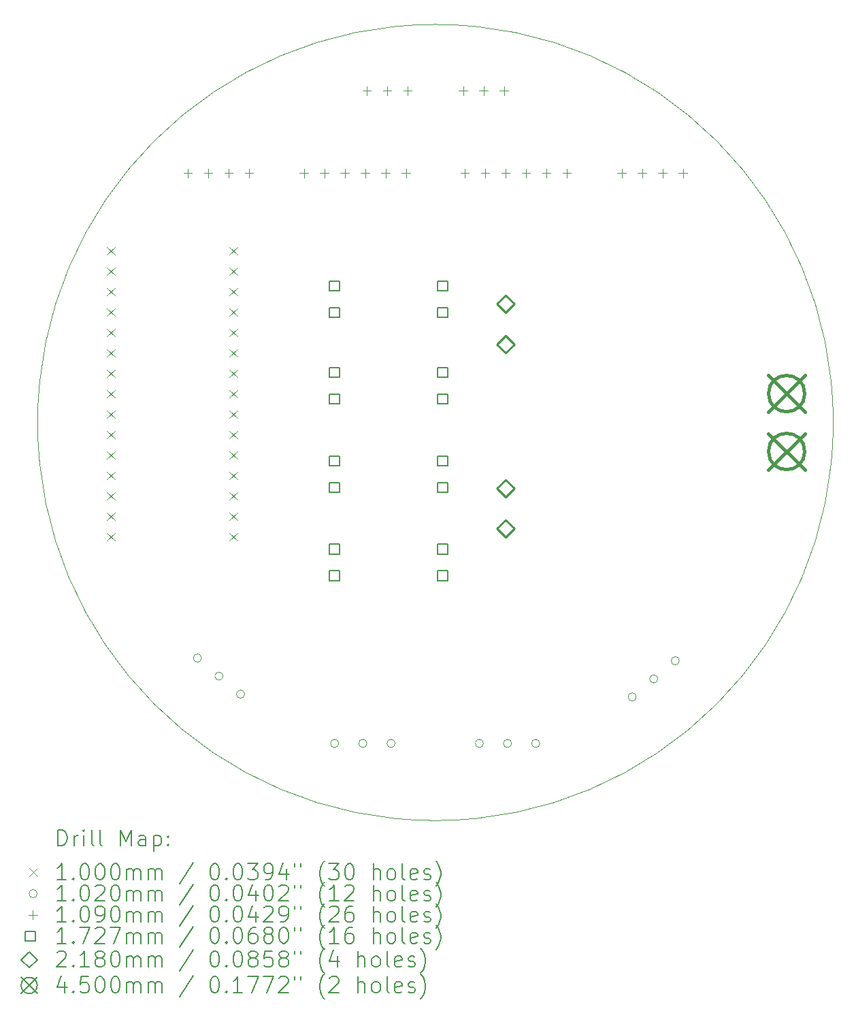
<source format=gbr>
%TF.GenerationSoftware,KiCad,Pcbnew,(6.0.10)*%
%TF.CreationDate,2023-01-21T11:25:22-08:00*%
%TF.ProjectId,unified_elec_steering,756e6966-6965-4645-9f65-6c65635f7374,rev?*%
%TF.SameCoordinates,Original*%
%TF.FileFunction,Drillmap*%
%TF.FilePolarity,Positive*%
%FSLAX45Y45*%
G04 Gerber Fmt 4.5, Leading zero omitted, Abs format (unit mm)*
G04 Created by KiCad (PCBNEW (6.0.10)) date 2023-01-21 11:25:22*
%MOMM*%
%LPD*%
G01*
G04 APERTURE LIST*
%ADD10C,0.100000*%
%ADD11C,0.200000*%
%ADD12C,0.102000*%
%ADD13C,0.109000*%
%ADD14C,0.172720*%
%ADD15C,0.218000*%
%ADD16C,0.450000*%
G04 APERTURE END LIST*
D10*
X4950000Y0D02*
G75*
G03*
X4950000Y0I-4950000J0D01*
G01*
D11*
D10*
X-4087600Y2183600D02*
X-3987600Y2083600D01*
X-3987600Y2183600D02*
X-4087600Y2083600D01*
X-4087600Y1929600D02*
X-3987600Y1829600D01*
X-3987600Y1929600D02*
X-4087600Y1829600D01*
X-4087600Y1675600D02*
X-3987600Y1575600D01*
X-3987600Y1675600D02*
X-4087600Y1575600D01*
X-4087600Y1421600D02*
X-3987600Y1321600D01*
X-3987600Y1421600D02*
X-4087600Y1321600D01*
X-4087600Y1167600D02*
X-3987600Y1067600D01*
X-3987600Y1167600D02*
X-4087600Y1067600D01*
X-4087600Y913600D02*
X-3987600Y813600D01*
X-3987600Y913600D02*
X-4087600Y813600D01*
X-4087600Y659600D02*
X-3987600Y559600D01*
X-3987600Y659600D02*
X-4087600Y559600D01*
X-4087600Y405600D02*
X-3987600Y305600D01*
X-3987600Y405600D02*
X-4087600Y305600D01*
X-4087600Y151600D02*
X-3987600Y51600D01*
X-3987600Y151600D02*
X-4087600Y51600D01*
X-4087600Y-102400D02*
X-3987600Y-202400D01*
X-3987600Y-102400D02*
X-4087600Y-202400D01*
X-4087600Y-356400D02*
X-3987600Y-456400D01*
X-3987600Y-356400D02*
X-4087600Y-456400D01*
X-4087600Y-610400D02*
X-3987600Y-710400D01*
X-3987600Y-610400D02*
X-4087600Y-710400D01*
X-4087600Y-864400D02*
X-3987600Y-964400D01*
X-3987600Y-864400D02*
X-4087600Y-964400D01*
X-4087600Y-1118400D02*
X-3987600Y-1218400D01*
X-3987600Y-1118400D02*
X-4087600Y-1218400D01*
X-4087600Y-1372400D02*
X-3987600Y-1472400D01*
X-3987600Y-1372400D02*
X-4087600Y-1472400D01*
X-2563600Y2183600D02*
X-2463600Y2083600D01*
X-2463600Y2183600D02*
X-2563600Y2083600D01*
X-2563600Y1929600D02*
X-2463600Y1829600D01*
X-2463600Y1929600D02*
X-2563600Y1829600D01*
X-2563600Y1675600D02*
X-2463600Y1575600D01*
X-2463600Y1675600D02*
X-2563600Y1575600D01*
X-2563600Y1421600D02*
X-2463600Y1321600D01*
X-2463600Y1421600D02*
X-2563600Y1321600D01*
X-2563600Y1167600D02*
X-2463600Y1067600D01*
X-2463600Y1167600D02*
X-2563600Y1067600D01*
X-2563600Y913600D02*
X-2463600Y813600D01*
X-2463600Y913600D02*
X-2563600Y813600D01*
X-2563600Y659600D02*
X-2463600Y559600D01*
X-2463600Y659600D02*
X-2563600Y559600D01*
X-2563600Y405600D02*
X-2463600Y305600D01*
X-2463600Y405600D02*
X-2563600Y305600D01*
X-2563600Y151600D02*
X-2463600Y51600D01*
X-2463600Y151600D02*
X-2563600Y51600D01*
X-2563600Y-102400D02*
X-2463600Y-202400D01*
X-2463600Y-102400D02*
X-2563600Y-202400D01*
X-2563600Y-356400D02*
X-2463600Y-456400D01*
X-2463600Y-356400D02*
X-2563600Y-456400D01*
X-2563600Y-610400D02*
X-2463600Y-710400D01*
X-2463600Y-610400D02*
X-2563600Y-710400D01*
X-2563600Y-864400D02*
X-2463600Y-964400D01*
X-2463600Y-864400D02*
X-2563600Y-964400D01*
X-2563600Y-1118400D02*
X-2463600Y-1218400D01*
X-2463600Y-1118400D02*
X-2563600Y-1218400D01*
X-2563600Y-1372400D02*
X-2463600Y-1472400D01*
X-2463600Y-1372400D02*
X-2563600Y-1472400D01*
D12*
X-2910606Y-2928753D02*
G75*
G03*
X-2910606Y-2928753I-51000J0D01*
G01*
X-2642490Y-3153729D02*
G75*
G03*
X-2642490Y-3153729I-51000J0D01*
G01*
X-2374375Y-3378704D02*
G75*
G03*
X-2374375Y-3378704I-51000J0D01*
G01*
X-1202499Y-3990181D02*
G75*
G03*
X-1202499Y-3990181I-51000J0D01*
G01*
X-852499Y-3990181D02*
G75*
G03*
X-852499Y-3990181I-51000J0D01*
G01*
X-502499Y-3990181D02*
G75*
G03*
X-502499Y-3990181I-51000J0D01*
G01*
X597501Y-3990181D02*
G75*
G03*
X597501Y-3990181I-51000J0D01*
G01*
X947501Y-3990181D02*
G75*
G03*
X947501Y-3990181I-51000J0D01*
G01*
X1297501Y-3990181D02*
G75*
G03*
X1297501Y-3990181I-51000J0D01*
G01*
X2498483Y-3412670D02*
G75*
G03*
X2498483Y-3412670I-51000J0D01*
G01*
X2766599Y-3187695D02*
G75*
G03*
X2766599Y-3187695I-51000J0D01*
G01*
X3034714Y-2962719D02*
G75*
G03*
X3034714Y-2962719I-51000J0D01*
G01*
D13*
X-3081000Y3154500D02*
X-3081000Y3045500D01*
X-3135500Y3100000D02*
X-3026500Y3100000D01*
X-2827000Y3154500D02*
X-2827000Y3045500D01*
X-2881500Y3100000D02*
X-2772500Y3100000D01*
X-2573000Y3154500D02*
X-2573000Y3045500D01*
X-2627500Y3100000D02*
X-2518500Y3100000D01*
X-2319000Y3154500D02*
X-2319000Y3045500D01*
X-2373500Y3100000D02*
X-2264500Y3100000D01*
X-1635000Y3154500D02*
X-1635000Y3045500D01*
X-1689500Y3100000D02*
X-1580500Y3100000D01*
X-1381000Y3154500D02*
X-1381000Y3045500D01*
X-1435500Y3100000D02*
X-1326500Y3100000D01*
X-1127000Y3154500D02*
X-1127000Y3045500D01*
X-1181500Y3100000D02*
X-1072500Y3100000D01*
X-873000Y3154500D02*
X-873000Y3045500D01*
X-927500Y3100000D02*
X-818500Y3100000D01*
X-854000Y4182000D02*
X-854000Y4073000D01*
X-908500Y4127500D02*
X-799500Y4127500D01*
X-619000Y3154500D02*
X-619000Y3045500D01*
X-673500Y3100000D02*
X-564500Y3100000D01*
X-600000Y4182000D02*
X-600000Y4073000D01*
X-654500Y4127500D02*
X-545500Y4127500D01*
X-365000Y3154500D02*
X-365000Y3045500D01*
X-419500Y3100000D02*
X-310500Y3100000D01*
X-346000Y4182000D02*
X-346000Y4073000D01*
X-400500Y4127500D02*
X-291500Y4127500D01*
X346000Y4182000D02*
X346000Y4073000D01*
X291500Y4127500D02*
X400500Y4127500D01*
X365000Y3154500D02*
X365000Y3045500D01*
X310500Y3100000D02*
X419500Y3100000D01*
X600000Y4182000D02*
X600000Y4073000D01*
X545500Y4127500D02*
X654500Y4127500D01*
X619000Y3154500D02*
X619000Y3045500D01*
X564500Y3100000D02*
X673500Y3100000D01*
X854000Y4182000D02*
X854000Y4073000D01*
X799500Y4127500D02*
X908500Y4127500D01*
X873000Y3154500D02*
X873000Y3045500D01*
X818500Y3100000D02*
X927500Y3100000D01*
X1127000Y3154500D02*
X1127000Y3045500D01*
X1072500Y3100000D02*
X1181500Y3100000D01*
X1381000Y3154500D02*
X1381000Y3045500D01*
X1326500Y3100000D02*
X1435500Y3100000D01*
X1635000Y3154500D02*
X1635000Y3045500D01*
X1580500Y3100000D02*
X1689500Y3100000D01*
X2319000Y3154500D02*
X2319000Y3045500D01*
X2264500Y3100000D02*
X2373500Y3100000D01*
X2573000Y3154500D02*
X2573000Y3045500D01*
X2518500Y3100000D02*
X2627500Y3100000D01*
X2827000Y3154500D02*
X2827000Y3045500D01*
X2772500Y3100000D02*
X2881500Y3100000D01*
X3081000Y3154500D02*
X3081000Y3045500D01*
X3026500Y3100000D02*
X3135500Y3100000D01*
D14*
X-1196234Y1635834D02*
X-1196234Y1757966D01*
X-1318366Y1757966D01*
X-1318366Y1635834D01*
X-1196234Y1635834D01*
X-1196234Y1305634D02*
X-1196234Y1427766D01*
X-1318366Y1427766D01*
X-1318366Y1305634D01*
X-1196234Y1305634D01*
X-1196234Y563534D02*
X-1196234Y685666D01*
X-1318366Y685666D01*
X-1318366Y563534D01*
X-1196234Y563534D01*
X-1196234Y233334D02*
X-1196234Y355466D01*
X-1318366Y355466D01*
X-1318366Y233334D01*
X-1196234Y233334D01*
X-1196234Y-536466D02*
X-1196234Y-414334D01*
X-1318366Y-414334D01*
X-1318366Y-536466D01*
X-1196234Y-536466D01*
X-1196234Y-866666D02*
X-1196234Y-744534D01*
X-1318366Y-744534D01*
X-1318366Y-866666D01*
X-1196234Y-866666D01*
X-1196234Y-1636466D02*
X-1196234Y-1514334D01*
X-1318366Y-1514334D01*
X-1318366Y-1636466D01*
X-1196234Y-1636466D01*
X-1196234Y-1966666D02*
X-1196234Y-1844534D01*
X-1318366Y-1844534D01*
X-1318366Y-1966666D01*
X-1196234Y-1966666D01*
X149966Y1635834D02*
X149966Y1757966D01*
X27834Y1757966D01*
X27834Y1635834D01*
X149966Y1635834D01*
X149966Y1305634D02*
X149966Y1427766D01*
X27834Y1427766D01*
X27834Y1305634D01*
X149966Y1305634D01*
X149966Y563534D02*
X149966Y685666D01*
X27834Y685666D01*
X27834Y563534D01*
X149966Y563534D01*
X149966Y233334D02*
X149966Y355466D01*
X27834Y355466D01*
X27834Y233334D01*
X149966Y233334D01*
X149966Y-536466D02*
X149966Y-414334D01*
X27834Y-414334D01*
X27834Y-536466D01*
X149966Y-536466D01*
X149966Y-866666D02*
X149966Y-744534D01*
X27834Y-744534D01*
X27834Y-866666D01*
X149966Y-866666D01*
X149966Y-1636466D02*
X149966Y-1514334D01*
X27834Y-1514334D01*
X27834Y-1636466D01*
X149966Y-1636466D01*
X149966Y-1966666D02*
X149966Y-1844534D01*
X27834Y-1844534D01*
X27834Y-1966666D01*
X149966Y-1966666D01*
D15*
X873800Y1365200D02*
X982800Y1474200D01*
X873800Y1583200D01*
X764800Y1474200D01*
X873800Y1365200D01*
X873800Y865200D02*
X982800Y974200D01*
X873800Y1083200D01*
X764800Y974200D01*
X873800Y865200D01*
X873800Y-928800D02*
X982800Y-819800D01*
X873800Y-710800D01*
X764800Y-819800D01*
X873800Y-928800D01*
X873800Y-1428800D02*
X982800Y-1319800D01*
X873800Y-1210800D01*
X764800Y-1319800D01*
X873800Y-1428800D01*
D16*
X4143800Y585000D02*
X4593800Y135000D01*
X4593800Y585000D02*
X4143800Y135000D01*
X4593800Y360000D02*
G75*
G03*
X4593800Y360000I-225000J0D01*
G01*
X4143800Y-135000D02*
X4593800Y-585000D01*
X4593800Y-135000D02*
X4143800Y-585000D01*
X4593800Y-360000D02*
G75*
G03*
X4593800Y-360000I-225000J0D01*
G01*
D11*
X-4697381Y-5265476D02*
X-4697381Y-5065476D01*
X-4649762Y-5065476D01*
X-4621190Y-5075000D01*
X-4602143Y-5094048D01*
X-4592619Y-5113095D01*
X-4583095Y-5151190D01*
X-4583095Y-5179762D01*
X-4592619Y-5217857D01*
X-4602143Y-5236905D01*
X-4621190Y-5255952D01*
X-4649762Y-5265476D01*
X-4697381Y-5265476D01*
X-4497381Y-5265476D02*
X-4497381Y-5132143D01*
X-4497381Y-5170238D02*
X-4487857Y-5151190D01*
X-4478333Y-5141667D01*
X-4459286Y-5132143D01*
X-4440238Y-5132143D01*
X-4373571Y-5265476D02*
X-4373571Y-5132143D01*
X-4373571Y-5065476D02*
X-4383095Y-5075000D01*
X-4373571Y-5084524D01*
X-4364048Y-5075000D01*
X-4373571Y-5065476D01*
X-4373571Y-5084524D01*
X-4249762Y-5265476D02*
X-4268810Y-5255952D01*
X-4278333Y-5236905D01*
X-4278333Y-5065476D01*
X-4145000Y-5265476D02*
X-4164048Y-5255952D01*
X-4173571Y-5236905D01*
X-4173571Y-5065476D01*
X-3916428Y-5265476D02*
X-3916428Y-5065476D01*
X-3849762Y-5208333D01*
X-3783095Y-5065476D01*
X-3783095Y-5265476D01*
X-3602143Y-5265476D02*
X-3602143Y-5160714D01*
X-3611667Y-5141667D01*
X-3630714Y-5132143D01*
X-3668809Y-5132143D01*
X-3687857Y-5141667D01*
X-3602143Y-5255952D02*
X-3621190Y-5265476D01*
X-3668809Y-5265476D01*
X-3687857Y-5255952D01*
X-3697381Y-5236905D01*
X-3697381Y-5217857D01*
X-3687857Y-5198810D01*
X-3668809Y-5189286D01*
X-3621190Y-5189286D01*
X-3602143Y-5179762D01*
X-3506905Y-5132143D02*
X-3506905Y-5332143D01*
X-3506905Y-5141667D02*
X-3487857Y-5132143D01*
X-3449762Y-5132143D01*
X-3430714Y-5141667D01*
X-3421190Y-5151190D01*
X-3411667Y-5170238D01*
X-3411667Y-5227381D01*
X-3421190Y-5246429D01*
X-3430714Y-5255952D01*
X-3449762Y-5265476D01*
X-3487857Y-5265476D01*
X-3506905Y-5255952D01*
X-3325952Y-5246429D02*
X-3316428Y-5255952D01*
X-3325952Y-5265476D01*
X-3335476Y-5255952D01*
X-3325952Y-5246429D01*
X-3325952Y-5265476D01*
X-3325952Y-5141667D02*
X-3316428Y-5151190D01*
X-3325952Y-5160714D01*
X-3335476Y-5151190D01*
X-3325952Y-5141667D01*
X-3325952Y-5160714D01*
D10*
X-5055000Y-5545000D02*
X-4955000Y-5645000D01*
X-4955000Y-5545000D02*
X-5055000Y-5645000D01*
D11*
X-4592619Y-5685476D02*
X-4706905Y-5685476D01*
X-4649762Y-5685476D02*
X-4649762Y-5485476D01*
X-4668810Y-5514048D01*
X-4687857Y-5533095D01*
X-4706905Y-5542619D01*
X-4506905Y-5666428D02*
X-4497381Y-5675952D01*
X-4506905Y-5685476D01*
X-4516429Y-5675952D01*
X-4506905Y-5666428D01*
X-4506905Y-5685476D01*
X-4373571Y-5485476D02*
X-4354524Y-5485476D01*
X-4335476Y-5495000D01*
X-4325952Y-5504524D01*
X-4316429Y-5523571D01*
X-4306905Y-5561667D01*
X-4306905Y-5609286D01*
X-4316429Y-5647381D01*
X-4325952Y-5666428D01*
X-4335476Y-5675952D01*
X-4354524Y-5685476D01*
X-4373571Y-5685476D01*
X-4392619Y-5675952D01*
X-4402143Y-5666428D01*
X-4411667Y-5647381D01*
X-4421190Y-5609286D01*
X-4421190Y-5561667D01*
X-4411667Y-5523571D01*
X-4402143Y-5504524D01*
X-4392619Y-5495000D01*
X-4373571Y-5485476D01*
X-4183095Y-5485476D02*
X-4164048Y-5485476D01*
X-4145000Y-5495000D01*
X-4135476Y-5504524D01*
X-4125952Y-5523571D01*
X-4116428Y-5561667D01*
X-4116428Y-5609286D01*
X-4125952Y-5647381D01*
X-4135476Y-5666428D01*
X-4145000Y-5675952D01*
X-4164048Y-5685476D01*
X-4183095Y-5685476D01*
X-4202143Y-5675952D01*
X-4211667Y-5666428D01*
X-4221190Y-5647381D01*
X-4230714Y-5609286D01*
X-4230714Y-5561667D01*
X-4221190Y-5523571D01*
X-4211667Y-5504524D01*
X-4202143Y-5495000D01*
X-4183095Y-5485476D01*
X-3992619Y-5485476D02*
X-3973571Y-5485476D01*
X-3954524Y-5495000D01*
X-3945000Y-5504524D01*
X-3935476Y-5523571D01*
X-3925952Y-5561667D01*
X-3925952Y-5609286D01*
X-3935476Y-5647381D01*
X-3945000Y-5666428D01*
X-3954524Y-5675952D01*
X-3973571Y-5685476D01*
X-3992619Y-5685476D01*
X-4011667Y-5675952D01*
X-4021190Y-5666428D01*
X-4030714Y-5647381D01*
X-4040238Y-5609286D01*
X-4040238Y-5561667D01*
X-4030714Y-5523571D01*
X-4021190Y-5504524D01*
X-4011667Y-5495000D01*
X-3992619Y-5485476D01*
X-3840238Y-5685476D02*
X-3840238Y-5552143D01*
X-3840238Y-5571190D02*
X-3830714Y-5561667D01*
X-3811667Y-5552143D01*
X-3783095Y-5552143D01*
X-3764048Y-5561667D01*
X-3754524Y-5580714D01*
X-3754524Y-5685476D01*
X-3754524Y-5580714D02*
X-3745000Y-5561667D01*
X-3725952Y-5552143D01*
X-3697381Y-5552143D01*
X-3678333Y-5561667D01*
X-3668809Y-5580714D01*
X-3668809Y-5685476D01*
X-3573571Y-5685476D02*
X-3573571Y-5552143D01*
X-3573571Y-5571190D02*
X-3564048Y-5561667D01*
X-3545000Y-5552143D01*
X-3516428Y-5552143D01*
X-3497381Y-5561667D01*
X-3487857Y-5580714D01*
X-3487857Y-5685476D01*
X-3487857Y-5580714D02*
X-3478333Y-5561667D01*
X-3459286Y-5552143D01*
X-3430714Y-5552143D01*
X-3411667Y-5561667D01*
X-3402143Y-5580714D01*
X-3402143Y-5685476D01*
X-3011667Y-5475952D02*
X-3183095Y-5733095D01*
X-2754524Y-5485476D02*
X-2735476Y-5485476D01*
X-2716429Y-5495000D01*
X-2706905Y-5504524D01*
X-2697381Y-5523571D01*
X-2687857Y-5561667D01*
X-2687857Y-5609286D01*
X-2697381Y-5647381D01*
X-2706905Y-5666428D01*
X-2716429Y-5675952D01*
X-2735476Y-5685476D01*
X-2754524Y-5685476D01*
X-2773571Y-5675952D01*
X-2783095Y-5666428D01*
X-2792619Y-5647381D01*
X-2802143Y-5609286D01*
X-2802143Y-5561667D01*
X-2792619Y-5523571D01*
X-2783095Y-5504524D01*
X-2773571Y-5495000D01*
X-2754524Y-5485476D01*
X-2602143Y-5666428D02*
X-2592619Y-5675952D01*
X-2602143Y-5685476D01*
X-2611667Y-5675952D01*
X-2602143Y-5666428D01*
X-2602143Y-5685476D01*
X-2468810Y-5485476D02*
X-2449762Y-5485476D01*
X-2430714Y-5495000D01*
X-2421190Y-5504524D01*
X-2411667Y-5523571D01*
X-2402143Y-5561667D01*
X-2402143Y-5609286D01*
X-2411667Y-5647381D01*
X-2421190Y-5666428D01*
X-2430714Y-5675952D01*
X-2449762Y-5685476D01*
X-2468810Y-5685476D01*
X-2487857Y-5675952D01*
X-2497381Y-5666428D01*
X-2506905Y-5647381D01*
X-2516429Y-5609286D01*
X-2516429Y-5561667D01*
X-2506905Y-5523571D01*
X-2497381Y-5504524D01*
X-2487857Y-5495000D01*
X-2468810Y-5485476D01*
X-2335476Y-5485476D02*
X-2211667Y-5485476D01*
X-2278333Y-5561667D01*
X-2249762Y-5561667D01*
X-2230714Y-5571190D01*
X-2221190Y-5580714D01*
X-2211667Y-5599762D01*
X-2211667Y-5647381D01*
X-2221190Y-5666428D01*
X-2230714Y-5675952D01*
X-2249762Y-5685476D01*
X-2306905Y-5685476D01*
X-2325952Y-5675952D01*
X-2335476Y-5666428D01*
X-2116429Y-5685476D02*
X-2078333Y-5685476D01*
X-2059286Y-5675952D01*
X-2049762Y-5666428D01*
X-2030714Y-5637857D01*
X-2021190Y-5599762D01*
X-2021190Y-5523571D01*
X-2030714Y-5504524D01*
X-2040238Y-5495000D01*
X-2059286Y-5485476D01*
X-2097381Y-5485476D01*
X-2116429Y-5495000D01*
X-2125952Y-5504524D01*
X-2135476Y-5523571D01*
X-2135476Y-5571190D01*
X-2125952Y-5590238D01*
X-2116429Y-5599762D01*
X-2097381Y-5609286D01*
X-2059286Y-5609286D01*
X-2040238Y-5599762D01*
X-2030714Y-5590238D01*
X-2021190Y-5571190D01*
X-1849762Y-5552143D02*
X-1849762Y-5685476D01*
X-1897381Y-5475952D02*
X-1945000Y-5618809D01*
X-1821190Y-5618809D01*
X-1754524Y-5485476D02*
X-1754524Y-5523571D01*
X-1678333Y-5485476D02*
X-1678333Y-5523571D01*
X-1383095Y-5761667D02*
X-1392619Y-5752143D01*
X-1411667Y-5723571D01*
X-1421190Y-5704524D01*
X-1430714Y-5675952D01*
X-1440238Y-5628333D01*
X-1440238Y-5590238D01*
X-1430714Y-5542619D01*
X-1421190Y-5514048D01*
X-1411667Y-5495000D01*
X-1392619Y-5466429D01*
X-1383095Y-5456905D01*
X-1325952Y-5485476D02*
X-1202143Y-5485476D01*
X-1268810Y-5561667D01*
X-1240238Y-5561667D01*
X-1221190Y-5571190D01*
X-1211667Y-5580714D01*
X-1202143Y-5599762D01*
X-1202143Y-5647381D01*
X-1211667Y-5666428D01*
X-1221190Y-5675952D01*
X-1240238Y-5685476D01*
X-1297381Y-5685476D01*
X-1316429Y-5675952D01*
X-1325952Y-5666428D01*
X-1078333Y-5485476D02*
X-1059286Y-5485476D01*
X-1040238Y-5495000D01*
X-1030714Y-5504524D01*
X-1021190Y-5523571D01*
X-1011667Y-5561667D01*
X-1011667Y-5609286D01*
X-1021190Y-5647381D01*
X-1030714Y-5666428D01*
X-1040238Y-5675952D01*
X-1059286Y-5685476D01*
X-1078333Y-5685476D01*
X-1097381Y-5675952D01*
X-1106905Y-5666428D01*
X-1116429Y-5647381D01*
X-1125952Y-5609286D01*
X-1125952Y-5561667D01*
X-1116429Y-5523571D01*
X-1106905Y-5504524D01*
X-1097381Y-5495000D01*
X-1078333Y-5485476D01*
X-773571Y-5685476D02*
X-773571Y-5485476D01*
X-687857Y-5685476D02*
X-687857Y-5580714D01*
X-697381Y-5561667D01*
X-716428Y-5552143D01*
X-745000Y-5552143D01*
X-764048Y-5561667D01*
X-773571Y-5571190D01*
X-564048Y-5685476D02*
X-583095Y-5675952D01*
X-592619Y-5666428D01*
X-602143Y-5647381D01*
X-602143Y-5590238D01*
X-592619Y-5571190D01*
X-583095Y-5561667D01*
X-564048Y-5552143D01*
X-535476Y-5552143D01*
X-516428Y-5561667D01*
X-506905Y-5571190D01*
X-497381Y-5590238D01*
X-497381Y-5647381D01*
X-506905Y-5666428D01*
X-516428Y-5675952D01*
X-535476Y-5685476D01*
X-564048Y-5685476D01*
X-383095Y-5685476D02*
X-402143Y-5675952D01*
X-411667Y-5656905D01*
X-411667Y-5485476D01*
X-230714Y-5675952D02*
X-249762Y-5685476D01*
X-287857Y-5685476D01*
X-306905Y-5675952D01*
X-316429Y-5656905D01*
X-316429Y-5580714D01*
X-306905Y-5561667D01*
X-287857Y-5552143D01*
X-249762Y-5552143D01*
X-230714Y-5561667D01*
X-221190Y-5580714D01*
X-221190Y-5599762D01*
X-316429Y-5618809D01*
X-145000Y-5675952D02*
X-125952Y-5685476D01*
X-87857Y-5685476D01*
X-68810Y-5675952D01*
X-59286Y-5656905D01*
X-59286Y-5647381D01*
X-68810Y-5628333D01*
X-87857Y-5618809D01*
X-116428Y-5618809D01*
X-135476Y-5609286D01*
X-145000Y-5590238D01*
X-145000Y-5580714D01*
X-135476Y-5561667D01*
X-116428Y-5552143D01*
X-87857Y-5552143D01*
X-68810Y-5561667D01*
X7381Y-5761667D02*
X16905Y-5752143D01*
X35952Y-5723571D01*
X45476Y-5704524D01*
X55000Y-5675952D01*
X64524Y-5628333D01*
X64524Y-5590238D01*
X55000Y-5542619D01*
X45476Y-5514048D01*
X35952Y-5495000D01*
X16905Y-5466429D01*
X7381Y-5456905D01*
D12*
X-4955000Y-5859000D02*
G75*
G03*
X-4955000Y-5859000I-51000J0D01*
G01*
D11*
X-4592619Y-5949476D02*
X-4706905Y-5949476D01*
X-4649762Y-5949476D02*
X-4649762Y-5749476D01*
X-4668810Y-5778048D01*
X-4687857Y-5797095D01*
X-4706905Y-5806619D01*
X-4506905Y-5930428D02*
X-4497381Y-5939952D01*
X-4506905Y-5949476D01*
X-4516429Y-5939952D01*
X-4506905Y-5930428D01*
X-4506905Y-5949476D01*
X-4373571Y-5749476D02*
X-4354524Y-5749476D01*
X-4335476Y-5759000D01*
X-4325952Y-5768524D01*
X-4316429Y-5787571D01*
X-4306905Y-5825667D01*
X-4306905Y-5873286D01*
X-4316429Y-5911381D01*
X-4325952Y-5930428D01*
X-4335476Y-5939952D01*
X-4354524Y-5949476D01*
X-4373571Y-5949476D01*
X-4392619Y-5939952D01*
X-4402143Y-5930428D01*
X-4411667Y-5911381D01*
X-4421190Y-5873286D01*
X-4421190Y-5825667D01*
X-4411667Y-5787571D01*
X-4402143Y-5768524D01*
X-4392619Y-5759000D01*
X-4373571Y-5749476D01*
X-4230714Y-5768524D02*
X-4221190Y-5759000D01*
X-4202143Y-5749476D01*
X-4154524Y-5749476D01*
X-4135476Y-5759000D01*
X-4125952Y-5768524D01*
X-4116428Y-5787571D01*
X-4116428Y-5806619D01*
X-4125952Y-5835190D01*
X-4240238Y-5949476D01*
X-4116428Y-5949476D01*
X-3992619Y-5749476D02*
X-3973571Y-5749476D01*
X-3954524Y-5759000D01*
X-3945000Y-5768524D01*
X-3935476Y-5787571D01*
X-3925952Y-5825667D01*
X-3925952Y-5873286D01*
X-3935476Y-5911381D01*
X-3945000Y-5930428D01*
X-3954524Y-5939952D01*
X-3973571Y-5949476D01*
X-3992619Y-5949476D01*
X-4011667Y-5939952D01*
X-4021190Y-5930428D01*
X-4030714Y-5911381D01*
X-4040238Y-5873286D01*
X-4040238Y-5825667D01*
X-4030714Y-5787571D01*
X-4021190Y-5768524D01*
X-4011667Y-5759000D01*
X-3992619Y-5749476D01*
X-3840238Y-5949476D02*
X-3840238Y-5816143D01*
X-3840238Y-5835190D02*
X-3830714Y-5825667D01*
X-3811667Y-5816143D01*
X-3783095Y-5816143D01*
X-3764048Y-5825667D01*
X-3754524Y-5844714D01*
X-3754524Y-5949476D01*
X-3754524Y-5844714D02*
X-3745000Y-5825667D01*
X-3725952Y-5816143D01*
X-3697381Y-5816143D01*
X-3678333Y-5825667D01*
X-3668809Y-5844714D01*
X-3668809Y-5949476D01*
X-3573571Y-5949476D02*
X-3573571Y-5816143D01*
X-3573571Y-5835190D02*
X-3564048Y-5825667D01*
X-3545000Y-5816143D01*
X-3516428Y-5816143D01*
X-3497381Y-5825667D01*
X-3487857Y-5844714D01*
X-3487857Y-5949476D01*
X-3487857Y-5844714D02*
X-3478333Y-5825667D01*
X-3459286Y-5816143D01*
X-3430714Y-5816143D01*
X-3411667Y-5825667D01*
X-3402143Y-5844714D01*
X-3402143Y-5949476D01*
X-3011667Y-5739952D02*
X-3183095Y-5997095D01*
X-2754524Y-5749476D02*
X-2735476Y-5749476D01*
X-2716429Y-5759000D01*
X-2706905Y-5768524D01*
X-2697381Y-5787571D01*
X-2687857Y-5825667D01*
X-2687857Y-5873286D01*
X-2697381Y-5911381D01*
X-2706905Y-5930428D01*
X-2716429Y-5939952D01*
X-2735476Y-5949476D01*
X-2754524Y-5949476D01*
X-2773571Y-5939952D01*
X-2783095Y-5930428D01*
X-2792619Y-5911381D01*
X-2802143Y-5873286D01*
X-2802143Y-5825667D01*
X-2792619Y-5787571D01*
X-2783095Y-5768524D01*
X-2773571Y-5759000D01*
X-2754524Y-5749476D01*
X-2602143Y-5930428D02*
X-2592619Y-5939952D01*
X-2602143Y-5949476D01*
X-2611667Y-5939952D01*
X-2602143Y-5930428D01*
X-2602143Y-5949476D01*
X-2468810Y-5749476D02*
X-2449762Y-5749476D01*
X-2430714Y-5759000D01*
X-2421190Y-5768524D01*
X-2411667Y-5787571D01*
X-2402143Y-5825667D01*
X-2402143Y-5873286D01*
X-2411667Y-5911381D01*
X-2421190Y-5930428D01*
X-2430714Y-5939952D01*
X-2449762Y-5949476D01*
X-2468810Y-5949476D01*
X-2487857Y-5939952D01*
X-2497381Y-5930428D01*
X-2506905Y-5911381D01*
X-2516429Y-5873286D01*
X-2516429Y-5825667D01*
X-2506905Y-5787571D01*
X-2497381Y-5768524D01*
X-2487857Y-5759000D01*
X-2468810Y-5749476D01*
X-2230714Y-5816143D02*
X-2230714Y-5949476D01*
X-2278333Y-5739952D02*
X-2325952Y-5882809D01*
X-2202143Y-5882809D01*
X-2087857Y-5749476D02*
X-2068809Y-5749476D01*
X-2049762Y-5759000D01*
X-2040238Y-5768524D01*
X-2030714Y-5787571D01*
X-2021190Y-5825667D01*
X-2021190Y-5873286D01*
X-2030714Y-5911381D01*
X-2040238Y-5930428D01*
X-2049762Y-5939952D01*
X-2068809Y-5949476D01*
X-2087857Y-5949476D01*
X-2106905Y-5939952D01*
X-2116429Y-5930428D01*
X-2125952Y-5911381D01*
X-2135476Y-5873286D01*
X-2135476Y-5825667D01*
X-2125952Y-5787571D01*
X-2116429Y-5768524D01*
X-2106905Y-5759000D01*
X-2087857Y-5749476D01*
X-1945000Y-5768524D02*
X-1935476Y-5759000D01*
X-1916428Y-5749476D01*
X-1868809Y-5749476D01*
X-1849762Y-5759000D01*
X-1840238Y-5768524D01*
X-1830714Y-5787571D01*
X-1830714Y-5806619D01*
X-1840238Y-5835190D01*
X-1954524Y-5949476D01*
X-1830714Y-5949476D01*
X-1754524Y-5749476D02*
X-1754524Y-5787571D01*
X-1678333Y-5749476D02*
X-1678333Y-5787571D01*
X-1383095Y-6025667D02*
X-1392619Y-6016143D01*
X-1411667Y-5987571D01*
X-1421190Y-5968524D01*
X-1430714Y-5939952D01*
X-1440238Y-5892333D01*
X-1440238Y-5854238D01*
X-1430714Y-5806619D01*
X-1421190Y-5778048D01*
X-1411667Y-5759000D01*
X-1392619Y-5730428D01*
X-1383095Y-5720905D01*
X-1202143Y-5949476D02*
X-1316429Y-5949476D01*
X-1259286Y-5949476D02*
X-1259286Y-5749476D01*
X-1278333Y-5778048D01*
X-1297381Y-5797095D01*
X-1316429Y-5806619D01*
X-1125952Y-5768524D02*
X-1116429Y-5759000D01*
X-1097381Y-5749476D01*
X-1049762Y-5749476D01*
X-1030714Y-5759000D01*
X-1021190Y-5768524D01*
X-1011667Y-5787571D01*
X-1011667Y-5806619D01*
X-1021190Y-5835190D01*
X-1135476Y-5949476D01*
X-1011667Y-5949476D01*
X-773571Y-5949476D02*
X-773571Y-5749476D01*
X-687857Y-5949476D02*
X-687857Y-5844714D01*
X-697381Y-5825667D01*
X-716428Y-5816143D01*
X-745000Y-5816143D01*
X-764048Y-5825667D01*
X-773571Y-5835190D01*
X-564048Y-5949476D02*
X-583095Y-5939952D01*
X-592619Y-5930428D01*
X-602143Y-5911381D01*
X-602143Y-5854238D01*
X-592619Y-5835190D01*
X-583095Y-5825667D01*
X-564048Y-5816143D01*
X-535476Y-5816143D01*
X-516428Y-5825667D01*
X-506905Y-5835190D01*
X-497381Y-5854238D01*
X-497381Y-5911381D01*
X-506905Y-5930428D01*
X-516428Y-5939952D01*
X-535476Y-5949476D01*
X-564048Y-5949476D01*
X-383095Y-5949476D02*
X-402143Y-5939952D01*
X-411667Y-5920905D01*
X-411667Y-5749476D01*
X-230714Y-5939952D02*
X-249762Y-5949476D01*
X-287857Y-5949476D01*
X-306905Y-5939952D01*
X-316429Y-5920905D01*
X-316429Y-5844714D01*
X-306905Y-5825667D01*
X-287857Y-5816143D01*
X-249762Y-5816143D01*
X-230714Y-5825667D01*
X-221190Y-5844714D01*
X-221190Y-5863762D01*
X-316429Y-5882809D01*
X-145000Y-5939952D02*
X-125952Y-5949476D01*
X-87857Y-5949476D01*
X-68810Y-5939952D01*
X-59286Y-5920905D01*
X-59286Y-5911381D01*
X-68810Y-5892333D01*
X-87857Y-5882809D01*
X-116428Y-5882809D01*
X-135476Y-5873286D01*
X-145000Y-5854238D01*
X-145000Y-5844714D01*
X-135476Y-5825667D01*
X-116428Y-5816143D01*
X-87857Y-5816143D01*
X-68810Y-5825667D01*
X7381Y-6025667D02*
X16905Y-6016143D01*
X35952Y-5987571D01*
X45476Y-5968524D01*
X55000Y-5939952D01*
X64524Y-5892333D01*
X64524Y-5854238D01*
X55000Y-5806619D01*
X45476Y-5778048D01*
X35952Y-5759000D01*
X16905Y-5730428D01*
X7381Y-5720905D01*
D13*
X-5009500Y-6068500D02*
X-5009500Y-6177500D01*
X-5064000Y-6123000D02*
X-4955000Y-6123000D01*
D11*
X-4592619Y-6213476D02*
X-4706905Y-6213476D01*
X-4649762Y-6213476D02*
X-4649762Y-6013476D01*
X-4668810Y-6042048D01*
X-4687857Y-6061095D01*
X-4706905Y-6070619D01*
X-4506905Y-6194428D02*
X-4497381Y-6203952D01*
X-4506905Y-6213476D01*
X-4516429Y-6203952D01*
X-4506905Y-6194428D01*
X-4506905Y-6213476D01*
X-4373571Y-6013476D02*
X-4354524Y-6013476D01*
X-4335476Y-6023000D01*
X-4325952Y-6032524D01*
X-4316429Y-6051571D01*
X-4306905Y-6089667D01*
X-4306905Y-6137286D01*
X-4316429Y-6175381D01*
X-4325952Y-6194428D01*
X-4335476Y-6203952D01*
X-4354524Y-6213476D01*
X-4373571Y-6213476D01*
X-4392619Y-6203952D01*
X-4402143Y-6194428D01*
X-4411667Y-6175381D01*
X-4421190Y-6137286D01*
X-4421190Y-6089667D01*
X-4411667Y-6051571D01*
X-4402143Y-6032524D01*
X-4392619Y-6023000D01*
X-4373571Y-6013476D01*
X-4211667Y-6213476D02*
X-4173571Y-6213476D01*
X-4154524Y-6203952D01*
X-4145000Y-6194428D01*
X-4125952Y-6165857D01*
X-4116428Y-6127762D01*
X-4116428Y-6051571D01*
X-4125952Y-6032524D01*
X-4135476Y-6023000D01*
X-4154524Y-6013476D01*
X-4192619Y-6013476D01*
X-4211667Y-6023000D01*
X-4221190Y-6032524D01*
X-4230714Y-6051571D01*
X-4230714Y-6099190D01*
X-4221190Y-6118238D01*
X-4211667Y-6127762D01*
X-4192619Y-6137286D01*
X-4154524Y-6137286D01*
X-4135476Y-6127762D01*
X-4125952Y-6118238D01*
X-4116428Y-6099190D01*
X-3992619Y-6013476D02*
X-3973571Y-6013476D01*
X-3954524Y-6023000D01*
X-3945000Y-6032524D01*
X-3935476Y-6051571D01*
X-3925952Y-6089667D01*
X-3925952Y-6137286D01*
X-3935476Y-6175381D01*
X-3945000Y-6194428D01*
X-3954524Y-6203952D01*
X-3973571Y-6213476D01*
X-3992619Y-6213476D01*
X-4011667Y-6203952D01*
X-4021190Y-6194428D01*
X-4030714Y-6175381D01*
X-4040238Y-6137286D01*
X-4040238Y-6089667D01*
X-4030714Y-6051571D01*
X-4021190Y-6032524D01*
X-4011667Y-6023000D01*
X-3992619Y-6013476D01*
X-3840238Y-6213476D02*
X-3840238Y-6080143D01*
X-3840238Y-6099190D02*
X-3830714Y-6089667D01*
X-3811667Y-6080143D01*
X-3783095Y-6080143D01*
X-3764048Y-6089667D01*
X-3754524Y-6108714D01*
X-3754524Y-6213476D01*
X-3754524Y-6108714D02*
X-3745000Y-6089667D01*
X-3725952Y-6080143D01*
X-3697381Y-6080143D01*
X-3678333Y-6089667D01*
X-3668809Y-6108714D01*
X-3668809Y-6213476D01*
X-3573571Y-6213476D02*
X-3573571Y-6080143D01*
X-3573571Y-6099190D02*
X-3564048Y-6089667D01*
X-3545000Y-6080143D01*
X-3516428Y-6080143D01*
X-3497381Y-6089667D01*
X-3487857Y-6108714D01*
X-3487857Y-6213476D01*
X-3487857Y-6108714D02*
X-3478333Y-6089667D01*
X-3459286Y-6080143D01*
X-3430714Y-6080143D01*
X-3411667Y-6089667D01*
X-3402143Y-6108714D01*
X-3402143Y-6213476D01*
X-3011667Y-6003952D02*
X-3183095Y-6261095D01*
X-2754524Y-6013476D02*
X-2735476Y-6013476D01*
X-2716429Y-6023000D01*
X-2706905Y-6032524D01*
X-2697381Y-6051571D01*
X-2687857Y-6089667D01*
X-2687857Y-6137286D01*
X-2697381Y-6175381D01*
X-2706905Y-6194428D01*
X-2716429Y-6203952D01*
X-2735476Y-6213476D01*
X-2754524Y-6213476D01*
X-2773571Y-6203952D01*
X-2783095Y-6194428D01*
X-2792619Y-6175381D01*
X-2802143Y-6137286D01*
X-2802143Y-6089667D01*
X-2792619Y-6051571D01*
X-2783095Y-6032524D01*
X-2773571Y-6023000D01*
X-2754524Y-6013476D01*
X-2602143Y-6194428D02*
X-2592619Y-6203952D01*
X-2602143Y-6213476D01*
X-2611667Y-6203952D01*
X-2602143Y-6194428D01*
X-2602143Y-6213476D01*
X-2468810Y-6013476D02*
X-2449762Y-6013476D01*
X-2430714Y-6023000D01*
X-2421190Y-6032524D01*
X-2411667Y-6051571D01*
X-2402143Y-6089667D01*
X-2402143Y-6137286D01*
X-2411667Y-6175381D01*
X-2421190Y-6194428D01*
X-2430714Y-6203952D01*
X-2449762Y-6213476D01*
X-2468810Y-6213476D01*
X-2487857Y-6203952D01*
X-2497381Y-6194428D01*
X-2506905Y-6175381D01*
X-2516429Y-6137286D01*
X-2516429Y-6089667D01*
X-2506905Y-6051571D01*
X-2497381Y-6032524D01*
X-2487857Y-6023000D01*
X-2468810Y-6013476D01*
X-2230714Y-6080143D02*
X-2230714Y-6213476D01*
X-2278333Y-6003952D02*
X-2325952Y-6146809D01*
X-2202143Y-6146809D01*
X-2135476Y-6032524D02*
X-2125952Y-6023000D01*
X-2106905Y-6013476D01*
X-2059286Y-6013476D01*
X-2040238Y-6023000D01*
X-2030714Y-6032524D01*
X-2021190Y-6051571D01*
X-2021190Y-6070619D01*
X-2030714Y-6099190D01*
X-2145000Y-6213476D01*
X-2021190Y-6213476D01*
X-1925952Y-6213476D02*
X-1887857Y-6213476D01*
X-1868809Y-6203952D01*
X-1859286Y-6194428D01*
X-1840238Y-6165857D01*
X-1830714Y-6127762D01*
X-1830714Y-6051571D01*
X-1840238Y-6032524D01*
X-1849762Y-6023000D01*
X-1868809Y-6013476D01*
X-1906905Y-6013476D01*
X-1925952Y-6023000D01*
X-1935476Y-6032524D01*
X-1945000Y-6051571D01*
X-1945000Y-6099190D01*
X-1935476Y-6118238D01*
X-1925952Y-6127762D01*
X-1906905Y-6137286D01*
X-1868809Y-6137286D01*
X-1849762Y-6127762D01*
X-1840238Y-6118238D01*
X-1830714Y-6099190D01*
X-1754524Y-6013476D02*
X-1754524Y-6051571D01*
X-1678333Y-6013476D02*
X-1678333Y-6051571D01*
X-1383095Y-6289667D02*
X-1392619Y-6280143D01*
X-1411667Y-6251571D01*
X-1421190Y-6232524D01*
X-1430714Y-6203952D01*
X-1440238Y-6156333D01*
X-1440238Y-6118238D01*
X-1430714Y-6070619D01*
X-1421190Y-6042048D01*
X-1411667Y-6023000D01*
X-1392619Y-5994428D01*
X-1383095Y-5984905D01*
X-1316429Y-6032524D02*
X-1306905Y-6023000D01*
X-1287857Y-6013476D01*
X-1240238Y-6013476D01*
X-1221190Y-6023000D01*
X-1211667Y-6032524D01*
X-1202143Y-6051571D01*
X-1202143Y-6070619D01*
X-1211667Y-6099190D01*
X-1325952Y-6213476D01*
X-1202143Y-6213476D01*
X-1030714Y-6013476D02*
X-1068810Y-6013476D01*
X-1087857Y-6023000D01*
X-1097381Y-6032524D01*
X-1116429Y-6061095D01*
X-1125952Y-6099190D01*
X-1125952Y-6175381D01*
X-1116429Y-6194428D01*
X-1106905Y-6203952D01*
X-1087857Y-6213476D01*
X-1049762Y-6213476D01*
X-1030714Y-6203952D01*
X-1021190Y-6194428D01*
X-1011667Y-6175381D01*
X-1011667Y-6127762D01*
X-1021190Y-6108714D01*
X-1030714Y-6099190D01*
X-1049762Y-6089667D01*
X-1087857Y-6089667D01*
X-1106905Y-6099190D01*
X-1116429Y-6108714D01*
X-1125952Y-6127762D01*
X-773571Y-6213476D02*
X-773571Y-6013476D01*
X-687857Y-6213476D02*
X-687857Y-6108714D01*
X-697381Y-6089667D01*
X-716428Y-6080143D01*
X-745000Y-6080143D01*
X-764048Y-6089667D01*
X-773571Y-6099190D01*
X-564048Y-6213476D02*
X-583095Y-6203952D01*
X-592619Y-6194428D01*
X-602143Y-6175381D01*
X-602143Y-6118238D01*
X-592619Y-6099190D01*
X-583095Y-6089667D01*
X-564048Y-6080143D01*
X-535476Y-6080143D01*
X-516428Y-6089667D01*
X-506905Y-6099190D01*
X-497381Y-6118238D01*
X-497381Y-6175381D01*
X-506905Y-6194428D01*
X-516428Y-6203952D01*
X-535476Y-6213476D01*
X-564048Y-6213476D01*
X-383095Y-6213476D02*
X-402143Y-6203952D01*
X-411667Y-6184905D01*
X-411667Y-6013476D01*
X-230714Y-6203952D02*
X-249762Y-6213476D01*
X-287857Y-6213476D01*
X-306905Y-6203952D01*
X-316429Y-6184905D01*
X-316429Y-6108714D01*
X-306905Y-6089667D01*
X-287857Y-6080143D01*
X-249762Y-6080143D01*
X-230714Y-6089667D01*
X-221190Y-6108714D01*
X-221190Y-6127762D01*
X-316429Y-6146809D01*
X-145000Y-6203952D02*
X-125952Y-6213476D01*
X-87857Y-6213476D01*
X-68810Y-6203952D01*
X-59286Y-6184905D01*
X-59286Y-6175381D01*
X-68810Y-6156333D01*
X-87857Y-6146809D01*
X-116428Y-6146809D01*
X-135476Y-6137286D01*
X-145000Y-6118238D01*
X-145000Y-6108714D01*
X-135476Y-6089667D01*
X-116428Y-6080143D01*
X-87857Y-6080143D01*
X-68810Y-6089667D01*
X7381Y-6289667D02*
X16905Y-6280143D01*
X35952Y-6251571D01*
X45476Y-6232524D01*
X55000Y-6203952D01*
X64524Y-6156333D01*
X64524Y-6118238D01*
X55000Y-6070619D01*
X45476Y-6042048D01*
X35952Y-6023000D01*
X16905Y-5994428D01*
X7381Y-5984905D01*
D14*
X-4980294Y-6448066D02*
X-4980294Y-6325934D01*
X-5102426Y-6325934D01*
X-5102426Y-6448066D01*
X-4980294Y-6448066D01*
D11*
X-4592619Y-6477476D02*
X-4706905Y-6477476D01*
X-4649762Y-6477476D02*
X-4649762Y-6277476D01*
X-4668810Y-6306048D01*
X-4687857Y-6325095D01*
X-4706905Y-6334619D01*
X-4506905Y-6458428D02*
X-4497381Y-6467952D01*
X-4506905Y-6477476D01*
X-4516429Y-6467952D01*
X-4506905Y-6458428D01*
X-4506905Y-6477476D01*
X-4430714Y-6277476D02*
X-4297381Y-6277476D01*
X-4383095Y-6477476D01*
X-4230714Y-6296524D02*
X-4221190Y-6287000D01*
X-4202143Y-6277476D01*
X-4154524Y-6277476D01*
X-4135476Y-6287000D01*
X-4125952Y-6296524D01*
X-4116428Y-6315571D01*
X-4116428Y-6334619D01*
X-4125952Y-6363190D01*
X-4240238Y-6477476D01*
X-4116428Y-6477476D01*
X-4049762Y-6277476D02*
X-3916428Y-6277476D01*
X-4002143Y-6477476D01*
X-3840238Y-6477476D02*
X-3840238Y-6344143D01*
X-3840238Y-6363190D02*
X-3830714Y-6353667D01*
X-3811667Y-6344143D01*
X-3783095Y-6344143D01*
X-3764048Y-6353667D01*
X-3754524Y-6372714D01*
X-3754524Y-6477476D01*
X-3754524Y-6372714D02*
X-3745000Y-6353667D01*
X-3725952Y-6344143D01*
X-3697381Y-6344143D01*
X-3678333Y-6353667D01*
X-3668809Y-6372714D01*
X-3668809Y-6477476D01*
X-3573571Y-6477476D02*
X-3573571Y-6344143D01*
X-3573571Y-6363190D02*
X-3564048Y-6353667D01*
X-3545000Y-6344143D01*
X-3516428Y-6344143D01*
X-3497381Y-6353667D01*
X-3487857Y-6372714D01*
X-3487857Y-6477476D01*
X-3487857Y-6372714D02*
X-3478333Y-6353667D01*
X-3459286Y-6344143D01*
X-3430714Y-6344143D01*
X-3411667Y-6353667D01*
X-3402143Y-6372714D01*
X-3402143Y-6477476D01*
X-3011667Y-6267952D02*
X-3183095Y-6525095D01*
X-2754524Y-6277476D02*
X-2735476Y-6277476D01*
X-2716429Y-6287000D01*
X-2706905Y-6296524D01*
X-2697381Y-6315571D01*
X-2687857Y-6353667D01*
X-2687857Y-6401286D01*
X-2697381Y-6439381D01*
X-2706905Y-6458428D01*
X-2716429Y-6467952D01*
X-2735476Y-6477476D01*
X-2754524Y-6477476D01*
X-2773571Y-6467952D01*
X-2783095Y-6458428D01*
X-2792619Y-6439381D01*
X-2802143Y-6401286D01*
X-2802143Y-6353667D01*
X-2792619Y-6315571D01*
X-2783095Y-6296524D01*
X-2773571Y-6287000D01*
X-2754524Y-6277476D01*
X-2602143Y-6458428D02*
X-2592619Y-6467952D01*
X-2602143Y-6477476D01*
X-2611667Y-6467952D01*
X-2602143Y-6458428D01*
X-2602143Y-6477476D01*
X-2468810Y-6277476D02*
X-2449762Y-6277476D01*
X-2430714Y-6287000D01*
X-2421190Y-6296524D01*
X-2411667Y-6315571D01*
X-2402143Y-6353667D01*
X-2402143Y-6401286D01*
X-2411667Y-6439381D01*
X-2421190Y-6458428D01*
X-2430714Y-6467952D01*
X-2449762Y-6477476D01*
X-2468810Y-6477476D01*
X-2487857Y-6467952D01*
X-2497381Y-6458428D01*
X-2506905Y-6439381D01*
X-2516429Y-6401286D01*
X-2516429Y-6353667D01*
X-2506905Y-6315571D01*
X-2497381Y-6296524D01*
X-2487857Y-6287000D01*
X-2468810Y-6277476D01*
X-2230714Y-6277476D02*
X-2268810Y-6277476D01*
X-2287857Y-6287000D01*
X-2297381Y-6296524D01*
X-2316429Y-6325095D01*
X-2325952Y-6363190D01*
X-2325952Y-6439381D01*
X-2316429Y-6458428D01*
X-2306905Y-6467952D01*
X-2287857Y-6477476D01*
X-2249762Y-6477476D01*
X-2230714Y-6467952D01*
X-2221190Y-6458428D01*
X-2211667Y-6439381D01*
X-2211667Y-6391762D01*
X-2221190Y-6372714D01*
X-2230714Y-6363190D01*
X-2249762Y-6353667D01*
X-2287857Y-6353667D01*
X-2306905Y-6363190D01*
X-2316429Y-6372714D01*
X-2325952Y-6391762D01*
X-2097381Y-6363190D02*
X-2116429Y-6353667D01*
X-2125952Y-6344143D01*
X-2135476Y-6325095D01*
X-2135476Y-6315571D01*
X-2125952Y-6296524D01*
X-2116429Y-6287000D01*
X-2097381Y-6277476D01*
X-2059286Y-6277476D01*
X-2040238Y-6287000D01*
X-2030714Y-6296524D01*
X-2021190Y-6315571D01*
X-2021190Y-6325095D01*
X-2030714Y-6344143D01*
X-2040238Y-6353667D01*
X-2059286Y-6363190D01*
X-2097381Y-6363190D01*
X-2116429Y-6372714D01*
X-2125952Y-6382238D01*
X-2135476Y-6401286D01*
X-2135476Y-6439381D01*
X-2125952Y-6458428D01*
X-2116429Y-6467952D01*
X-2097381Y-6477476D01*
X-2059286Y-6477476D01*
X-2040238Y-6467952D01*
X-2030714Y-6458428D01*
X-2021190Y-6439381D01*
X-2021190Y-6401286D01*
X-2030714Y-6382238D01*
X-2040238Y-6372714D01*
X-2059286Y-6363190D01*
X-1897381Y-6277476D02*
X-1878333Y-6277476D01*
X-1859286Y-6287000D01*
X-1849762Y-6296524D01*
X-1840238Y-6315571D01*
X-1830714Y-6353667D01*
X-1830714Y-6401286D01*
X-1840238Y-6439381D01*
X-1849762Y-6458428D01*
X-1859286Y-6467952D01*
X-1878333Y-6477476D01*
X-1897381Y-6477476D01*
X-1916428Y-6467952D01*
X-1925952Y-6458428D01*
X-1935476Y-6439381D01*
X-1945000Y-6401286D01*
X-1945000Y-6353667D01*
X-1935476Y-6315571D01*
X-1925952Y-6296524D01*
X-1916428Y-6287000D01*
X-1897381Y-6277476D01*
X-1754524Y-6277476D02*
X-1754524Y-6315571D01*
X-1678333Y-6277476D02*
X-1678333Y-6315571D01*
X-1383095Y-6553667D02*
X-1392619Y-6544143D01*
X-1411667Y-6515571D01*
X-1421190Y-6496524D01*
X-1430714Y-6467952D01*
X-1440238Y-6420333D01*
X-1440238Y-6382238D01*
X-1430714Y-6334619D01*
X-1421190Y-6306048D01*
X-1411667Y-6287000D01*
X-1392619Y-6258428D01*
X-1383095Y-6248905D01*
X-1202143Y-6477476D02*
X-1316429Y-6477476D01*
X-1259286Y-6477476D02*
X-1259286Y-6277476D01*
X-1278333Y-6306048D01*
X-1297381Y-6325095D01*
X-1316429Y-6334619D01*
X-1030714Y-6277476D02*
X-1068810Y-6277476D01*
X-1087857Y-6287000D01*
X-1097381Y-6296524D01*
X-1116429Y-6325095D01*
X-1125952Y-6363190D01*
X-1125952Y-6439381D01*
X-1116429Y-6458428D01*
X-1106905Y-6467952D01*
X-1087857Y-6477476D01*
X-1049762Y-6477476D01*
X-1030714Y-6467952D01*
X-1021190Y-6458428D01*
X-1011667Y-6439381D01*
X-1011667Y-6391762D01*
X-1021190Y-6372714D01*
X-1030714Y-6363190D01*
X-1049762Y-6353667D01*
X-1087857Y-6353667D01*
X-1106905Y-6363190D01*
X-1116429Y-6372714D01*
X-1125952Y-6391762D01*
X-773571Y-6477476D02*
X-773571Y-6277476D01*
X-687857Y-6477476D02*
X-687857Y-6372714D01*
X-697381Y-6353667D01*
X-716428Y-6344143D01*
X-745000Y-6344143D01*
X-764048Y-6353667D01*
X-773571Y-6363190D01*
X-564048Y-6477476D02*
X-583095Y-6467952D01*
X-592619Y-6458428D01*
X-602143Y-6439381D01*
X-602143Y-6382238D01*
X-592619Y-6363190D01*
X-583095Y-6353667D01*
X-564048Y-6344143D01*
X-535476Y-6344143D01*
X-516428Y-6353667D01*
X-506905Y-6363190D01*
X-497381Y-6382238D01*
X-497381Y-6439381D01*
X-506905Y-6458428D01*
X-516428Y-6467952D01*
X-535476Y-6477476D01*
X-564048Y-6477476D01*
X-383095Y-6477476D02*
X-402143Y-6467952D01*
X-411667Y-6448905D01*
X-411667Y-6277476D01*
X-230714Y-6467952D02*
X-249762Y-6477476D01*
X-287857Y-6477476D01*
X-306905Y-6467952D01*
X-316429Y-6448905D01*
X-316429Y-6372714D01*
X-306905Y-6353667D01*
X-287857Y-6344143D01*
X-249762Y-6344143D01*
X-230714Y-6353667D01*
X-221190Y-6372714D01*
X-221190Y-6391762D01*
X-316429Y-6410809D01*
X-145000Y-6467952D02*
X-125952Y-6477476D01*
X-87857Y-6477476D01*
X-68810Y-6467952D01*
X-59286Y-6448905D01*
X-59286Y-6439381D01*
X-68810Y-6420333D01*
X-87857Y-6410809D01*
X-116428Y-6410809D01*
X-135476Y-6401286D01*
X-145000Y-6382238D01*
X-145000Y-6372714D01*
X-135476Y-6353667D01*
X-116428Y-6344143D01*
X-87857Y-6344143D01*
X-68810Y-6353667D01*
X7381Y-6553667D02*
X16905Y-6544143D01*
X35952Y-6515571D01*
X45476Y-6496524D01*
X55000Y-6467952D01*
X64524Y-6420333D01*
X64524Y-6382238D01*
X55000Y-6334619D01*
X45476Y-6306048D01*
X35952Y-6287000D01*
X16905Y-6258428D01*
X7381Y-6248905D01*
X-5055000Y-6779720D02*
X-4955000Y-6679720D01*
X-5055000Y-6579720D01*
X-5155000Y-6679720D01*
X-5055000Y-6779720D01*
X-4706905Y-6589244D02*
X-4697381Y-6579720D01*
X-4678333Y-6570196D01*
X-4630714Y-6570196D01*
X-4611667Y-6579720D01*
X-4602143Y-6589244D01*
X-4592619Y-6608291D01*
X-4592619Y-6627339D01*
X-4602143Y-6655910D01*
X-4716429Y-6770196D01*
X-4592619Y-6770196D01*
X-4506905Y-6751148D02*
X-4497381Y-6760672D01*
X-4506905Y-6770196D01*
X-4516429Y-6760672D01*
X-4506905Y-6751148D01*
X-4506905Y-6770196D01*
X-4306905Y-6770196D02*
X-4421190Y-6770196D01*
X-4364048Y-6770196D02*
X-4364048Y-6570196D01*
X-4383095Y-6598768D01*
X-4402143Y-6617815D01*
X-4421190Y-6627339D01*
X-4192619Y-6655910D02*
X-4211667Y-6646387D01*
X-4221190Y-6636863D01*
X-4230714Y-6617815D01*
X-4230714Y-6608291D01*
X-4221190Y-6589244D01*
X-4211667Y-6579720D01*
X-4192619Y-6570196D01*
X-4154524Y-6570196D01*
X-4135476Y-6579720D01*
X-4125952Y-6589244D01*
X-4116428Y-6608291D01*
X-4116428Y-6617815D01*
X-4125952Y-6636863D01*
X-4135476Y-6646387D01*
X-4154524Y-6655910D01*
X-4192619Y-6655910D01*
X-4211667Y-6665434D01*
X-4221190Y-6674958D01*
X-4230714Y-6694006D01*
X-4230714Y-6732101D01*
X-4221190Y-6751148D01*
X-4211667Y-6760672D01*
X-4192619Y-6770196D01*
X-4154524Y-6770196D01*
X-4135476Y-6760672D01*
X-4125952Y-6751148D01*
X-4116428Y-6732101D01*
X-4116428Y-6694006D01*
X-4125952Y-6674958D01*
X-4135476Y-6665434D01*
X-4154524Y-6655910D01*
X-3992619Y-6570196D02*
X-3973571Y-6570196D01*
X-3954524Y-6579720D01*
X-3945000Y-6589244D01*
X-3935476Y-6608291D01*
X-3925952Y-6646387D01*
X-3925952Y-6694006D01*
X-3935476Y-6732101D01*
X-3945000Y-6751148D01*
X-3954524Y-6760672D01*
X-3973571Y-6770196D01*
X-3992619Y-6770196D01*
X-4011667Y-6760672D01*
X-4021190Y-6751148D01*
X-4030714Y-6732101D01*
X-4040238Y-6694006D01*
X-4040238Y-6646387D01*
X-4030714Y-6608291D01*
X-4021190Y-6589244D01*
X-4011667Y-6579720D01*
X-3992619Y-6570196D01*
X-3840238Y-6770196D02*
X-3840238Y-6636863D01*
X-3840238Y-6655910D02*
X-3830714Y-6646387D01*
X-3811667Y-6636863D01*
X-3783095Y-6636863D01*
X-3764048Y-6646387D01*
X-3754524Y-6665434D01*
X-3754524Y-6770196D01*
X-3754524Y-6665434D02*
X-3745000Y-6646387D01*
X-3725952Y-6636863D01*
X-3697381Y-6636863D01*
X-3678333Y-6646387D01*
X-3668809Y-6665434D01*
X-3668809Y-6770196D01*
X-3573571Y-6770196D02*
X-3573571Y-6636863D01*
X-3573571Y-6655910D02*
X-3564048Y-6646387D01*
X-3545000Y-6636863D01*
X-3516428Y-6636863D01*
X-3497381Y-6646387D01*
X-3487857Y-6665434D01*
X-3487857Y-6770196D01*
X-3487857Y-6665434D02*
X-3478333Y-6646387D01*
X-3459286Y-6636863D01*
X-3430714Y-6636863D01*
X-3411667Y-6646387D01*
X-3402143Y-6665434D01*
X-3402143Y-6770196D01*
X-3011667Y-6560672D02*
X-3183095Y-6817815D01*
X-2754524Y-6570196D02*
X-2735476Y-6570196D01*
X-2716429Y-6579720D01*
X-2706905Y-6589244D01*
X-2697381Y-6608291D01*
X-2687857Y-6646387D01*
X-2687857Y-6694006D01*
X-2697381Y-6732101D01*
X-2706905Y-6751148D01*
X-2716429Y-6760672D01*
X-2735476Y-6770196D01*
X-2754524Y-6770196D01*
X-2773571Y-6760672D01*
X-2783095Y-6751148D01*
X-2792619Y-6732101D01*
X-2802143Y-6694006D01*
X-2802143Y-6646387D01*
X-2792619Y-6608291D01*
X-2783095Y-6589244D01*
X-2773571Y-6579720D01*
X-2754524Y-6570196D01*
X-2602143Y-6751148D02*
X-2592619Y-6760672D01*
X-2602143Y-6770196D01*
X-2611667Y-6760672D01*
X-2602143Y-6751148D01*
X-2602143Y-6770196D01*
X-2468810Y-6570196D02*
X-2449762Y-6570196D01*
X-2430714Y-6579720D01*
X-2421190Y-6589244D01*
X-2411667Y-6608291D01*
X-2402143Y-6646387D01*
X-2402143Y-6694006D01*
X-2411667Y-6732101D01*
X-2421190Y-6751148D01*
X-2430714Y-6760672D01*
X-2449762Y-6770196D01*
X-2468810Y-6770196D01*
X-2487857Y-6760672D01*
X-2497381Y-6751148D01*
X-2506905Y-6732101D01*
X-2516429Y-6694006D01*
X-2516429Y-6646387D01*
X-2506905Y-6608291D01*
X-2497381Y-6589244D01*
X-2487857Y-6579720D01*
X-2468810Y-6570196D01*
X-2287857Y-6655910D02*
X-2306905Y-6646387D01*
X-2316429Y-6636863D01*
X-2325952Y-6617815D01*
X-2325952Y-6608291D01*
X-2316429Y-6589244D01*
X-2306905Y-6579720D01*
X-2287857Y-6570196D01*
X-2249762Y-6570196D01*
X-2230714Y-6579720D01*
X-2221190Y-6589244D01*
X-2211667Y-6608291D01*
X-2211667Y-6617815D01*
X-2221190Y-6636863D01*
X-2230714Y-6646387D01*
X-2249762Y-6655910D01*
X-2287857Y-6655910D01*
X-2306905Y-6665434D01*
X-2316429Y-6674958D01*
X-2325952Y-6694006D01*
X-2325952Y-6732101D01*
X-2316429Y-6751148D01*
X-2306905Y-6760672D01*
X-2287857Y-6770196D01*
X-2249762Y-6770196D01*
X-2230714Y-6760672D01*
X-2221190Y-6751148D01*
X-2211667Y-6732101D01*
X-2211667Y-6694006D01*
X-2221190Y-6674958D01*
X-2230714Y-6665434D01*
X-2249762Y-6655910D01*
X-2030714Y-6570196D02*
X-2125952Y-6570196D01*
X-2135476Y-6665434D01*
X-2125952Y-6655910D01*
X-2106905Y-6646387D01*
X-2059286Y-6646387D01*
X-2040238Y-6655910D01*
X-2030714Y-6665434D01*
X-2021190Y-6684482D01*
X-2021190Y-6732101D01*
X-2030714Y-6751148D01*
X-2040238Y-6760672D01*
X-2059286Y-6770196D01*
X-2106905Y-6770196D01*
X-2125952Y-6760672D01*
X-2135476Y-6751148D01*
X-1906905Y-6655910D02*
X-1925952Y-6646387D01*
X-1935476Y-6636863D01*
X-1945000Y-6617815D01*
X-1945000Y-6608291D01*
X-1935476Y-6589244D01*
X-1925952Y-6579720D01*
X-1906905Y-6570196D01*
X-1868809Y-6570196D01*
X-1849762Y-6579720D01*
X-1840238Y-6589244D01*
X-1830714Y-6608291D01*
X-1830714Y-6617815D01*
X-1840238Y-6636863D01*
X-1849762Y-6646387D01*
X-1868809Y-6655910D01*
X-1906905Y-6655910D01*
X-1925952Y-6665434D01*
X-1935476Y-6674958D01*
X-1945000Y-6694006D01*
X-1945000Y-6732101D01*
X-1935476Y-6751148D01*
X-1925952Y-6760672D01*
X-1906905Y-6770196D01*
X-1868809Y-6770196D01*
X-1849762Y-6760672D01*
X-1840238Y-6751148D01*
X-1830714Y-6732101D01*
X-1830714Y-6694006D01*
X-1840238Y-6674958D01*
X-1849762Y-6665434D01*
X-1868809Y-6655910D01*
X-1754524Y-6570196D02*
X-1754524Y-6608291D01*
X-1678333Y-6570196D02*
X-1678333Y-6608291D01*
X-1383095Y-6846387D02*
X-1392619Y-6836863D01*
X-1411667Y-6808291D01*
X-1421190Y-6789244D01*
X-1430714Y-6760672D01*
X-1440238Y-6713053D01*
X-1440238Y-6674958D01*
X-1430714Y-6627339D01*
X-1421190Y-6598768D01*
X-1411667Y-6579720D01*
X-1392619Y-6551148D01*
X-1383095Y-6541625D01*
X-1221190Y-6636863D02*
X-1221190Y-6770196D01*
X-1268810Y-6560672D02*
X-1316429Y-6703529D01*
X-1192619Y-6703529D01*
X-964048Y-6770196D02*
X-964048Y-6570196D01*
X-878333Y-6770196D02*
X-878333Y-6665434D01*
X-887857Y-6646387D01*
X-906905Y-6636863D01*
X-935476Y-6636863D01*
X-954524Y-6646387D01*
X-964048Y-6655910D01*
X-754524Y-6770196D02*
X-773571Y-6760672D01*
X-783095Y-6751148D01*
X-792619Y-6732101D01*
X-792619Y-6674958D01*
X-783095Y-6655910D01*
X-773571Y-6646387D01*
X-754524Y-6636863D01*
X-725952Y-6636863D01*
X-706905Y-6646387D01*
X-697381Y-6655910D01*
X-687857Y-6674958D01*
X-687857Y-6732101D01*
X-697381Y-6751148D01*
X-706905Y-6760672D01*
X-725952Y-6770196D01*
X-754524Y-6770196D01*
X-573571Y-6770196D02*
X-592619Y-6760672D01*
X-602143Y-6741625D01*
X-602143Y-6570196D01*
X-421190Y-6760672D02*
X-440238Y-6770196D01*
X-478333Y-6770196D01*
X-497381Y-6760672D01*
X-506905Y-6741625D01*
X-506905Y-6665434D01*
X-497381Y-6646387D01*
X-478333Y-6636863D01*
X-440238Y-6636863D01*
X-421190Y-6646387D01*
X-411667Y-6665434D01*
X-411667Y-6684482D01*
X-506905Y-6703529D01*
X-335476Y-6760672D02*
X-316429Y-6770196D01*
X-278333Y-6770196D01*
X-259286Y-6760672D01*
X-249762Y-6741625D01*
X-249762Y-6732101D01*
X-259286Y-6713053D01*
X-278333Y-6703529D01*
X-306905Y-6703529D01*
X-325952Y-6694006D01*
X-335476Y-6674958D01*
X-335476Y-6665434D01*
X-325952Y-6646387D01*
X-306905Y-6636863D01*
X-278333Y-6636863D01*
X-259286Y-6646387D01*
X-183095Y-6846387D02*
X-173571Y-6836863D01*
X-154524Y-6808291D01*
X-145000Y-6789244D01*
X-135476Y-6760672D01*
X-125952Y-6713053D01*
X-125952Y-6674958D01*
X-135476Y-6627339D01*
X-145000Y-6598768D01*
X-154524Y-6579720D01*
X-173571Y-6551148D01*
X-183095Y-6541625D01*
X-5155000Y-6899720D02*
X-4955000Y-7099720D01*
X-4955000Y-6899720D02*
X-5155000Y-7099720D01*
X-4955000Y-6999720D02*
G75*
G03*
X-4955000Y-6999720I-100000J0D01*
G01*
X-4611667Y-6956863D02*
X-4611667Y-7090196D01*
X-4659286Y-6880672D02*
X-4706905Y-7023529D01*
X-4583095Y-7023529D01*
X-4506905Y-7071148D02*
X-4497381Y-7080672D01*
X-4506905Y-7090196D01*
X-4516429Y-7080672D01*
X-4506905Y-7071148D01*
X-4506905Y-7090196D01*
X-4316429Y-6890196D02*
X-4411667Y-6890196D01*
X-4421190Y-6985434D01*
X-4411667Y-6975910D01*
X-4392619Y-6966387D01*
X-4345000Y-6966387D01*
X-4325952Y-6975910D01*
X-4316429Y-6985434D01*
X-4306905Y-7004482D01*
X-4306905Y-7052101D01*
X-4316429Y-7071148D01*
X-4325952Y-7080672D01*
X-4345000Y-7090196D01*
X-4392619Y-7090196D01*
X-4411667Y-7080672D01*
X-4421190Y-7071148D01*
X-4183095Y-6890196D02*
X-4164048Y-6890196D01*
X-4145000Y-6899720D01*
X-4135476Y-6909244D01*
X-4125952Y-6928291D01*
X-4116428Y-6966387D01*
X-4116428Y-7014006D01*
X-4125952Y-7052101D01*
X-4135476Y-7071148D01*
X-4145000Y-7080672D01*
X-4164048Y-7090196D01*
X-4183095Y-7090196D01*
X-4202143Y-7080672D01*
X-4211667Y-7071148D01*
X-4221190Y-7052101D01*
X-4230714Y-7014006D01*
X-4230714Y-6966387D01*
X-4221190Y-6928291D01*
X-4211667Y-6909244D01*
X-4202143Y-6899720D01*
X-4183095Y-6890196D01*
X-3992619Y-6890196D02*
X-3973571Y-6890196D01*
X-3954524Y-6899720D01*
X-3945000Y-6909244D01*
X-3935476Y-6928291D01*
X-3925952Y-6966387D01*
X-3925952Y-7014006D01*
X-3935476Y-7052101D01*
X-3945000Y-7071148D01*
X-3954524Y-7080672D01*
X-3973571Y-7090196D01*
X-3992619Y-7090196D01*
X-4011667Y-7080672D01*
X-4021190Y-7071148D01*
X-4030714Y-7052101D01*
X-4040238Y-7014006D01*
X-4040238Y-6966387D01*
X-4030714Y-6928291D01*
X-4021190Y-6909244D01*
X-4011667Y-6899720D01*
X-3992619Y-6890196D01*
X-3840238Y-7090196D02*
X-3840238Y-6956863D01*
X-3840238Y-6975910D02*
X-3830714Y-6966387D01*
X-3811667Y-6956863D01*
X-3783095Y-6956863D01*
X-3764048Y-6966387D01*
X-3754524Y-6985434D01*
X-3754524Y-7090196D01*
X-3754524Y-6985434D02*
X-3745000Y-6966387D01*
X-3725952Y-6956863D01*
X-3697381Y-6956863D01*
X-3678333Y-6966387D01*
X-3668809Y-6985434D01*
X-3668809Y-7090196D01*
X-3573571Y-7090196D02*
X-3573571Y-6956863D01*
X-3573571Y-6975910D02*
X-3564048Y-6966387D01*
X-3545000Y-6956863D01*
X-3516428Y-6956863D01*
X-3497381Y-6966387D01*
X-3487857Y-6985434D01*
X-3487857Y-7090196D01*
X-3487857Y-6985434D02*
X-3478333Y-6966387D01*
X-3459286Y-6956863D01*
X-3430714Y-6956863D01*
X-3411667Y-6966387D01*
X-3402143Y-6985434D01*
X-3402143Y-7090196D01*
X-3011667Y-6880672D02*
X-3183095Y-7137815D01*
X-2754524Y-6890196D02*
X-2735476Y-6890196D01*
X-2716429Y-6899720D01*
X-2706905Y-6909244D01*
X-2697381Y-6928291D01*
X-2687857Y-6966387D01*
X-2687857Y-7014006D01*
X-2697381Y-7052101D01*
X-2706905Y-7071148D01*
X-2716429Y-7080672D01*
X-2735476Y-7090196D01*
X-2754524Y-7090196D01*
X-2773571Y-7080672D01*
X-2783095Y-7071148D01*
X-2792619Y-7052101D01*
X-2802143Y-7014006D01*
X-2802143Y-6966387D01*
X-2792619Y-6928291D01*
X-2783095Y-6909244D01*
X-2773571Y-6899720D01*
X-2754524Y-6890196D01*
X-2602143Y-7071148D02*
X-2592619Y-7080672D01*
X-2602143Y-7090196D01*
X-2611667Y-7080672D01*
X-2602143Y-7071148D01*
X-2602143Y-7090196D01*
X-2402143Y-7090196D02*
X-2516429Y-7090196D01*
X-2459286Y-7090196D02*
X-2459286Y-6890196D01*
X-2478333Y-6918768D01*
X-2497381Y-6937815D01*
X-2516429Y-6947339D01*
X-2335476Y-6890196D02*
X-2202143Y-6890196D01*
X-2287857Y-7090196D01*
X-2145000Y-6890196D02*
X-2011667Y-6890196D01*
X-2097381Y-7090196D01*
X-1945000Y-6909244D02*
X-1935476Y-6899720D01*
X-1916428Y-6890196D01*
X-1868809Y-6890196D01*
X-1849762Y-6899720D01*
X-1840238Y-6909244D01*
X-1830714Y-6928291D01*
X-1830714Y-6947339D01*
X-1840238Y-6975910D01*
X-1954524Y-7090196D01*
X-1830714Y-7090196D01*
X-1754524Y-6890196D02*
X-1754524Y-6928291D01*
X-1678333Y-6890196D02*
X-1678333Y-6928291D01*
X-1383095Y-7166387D02*
X-1392619Y-7156863D01*
X-1411667Y-7128291D01*
X-1421190Y-7109244D01*
X-1430714Y-7080672D01*
X-1440238Y-7033053D01*
X-1440238Y-6994958D01*
X-1430714Y-6947339D01*
X-1421190Y-6918768D01*
X-1411667Y-6899720D01*
X-1392619Y-6871148D01*
X-1383095Y-6861625D01*
X-1316429Y-6909244D02*
X-1306905Y-6899720D01*
X-1287857Y-6890196D01*
X-1240238Y-6890196D01*
X-1221190Y-6899720D01*
X-1211667Y-6909244D01*
X-1202143Y-6928291D01*
X-1202143Y-6947339D01*
X-1211667Y-6975910D01*
X-1325952Y-7090196D01*
X-1202143Y-7090196D01*
X-964048Y-7090196D02*
X-964048Y-6890196D01*
X-878333Y-7090196D02*
X-878333Y-6985434D01*
X-887857Y-6966387D01*
X-906905Y-6956863D01*
X-935476Y-6956863D01*
X-954524Y-6966387D01*
X-964048Y-6975910D01*
X-754524Y-7090196D02*
X-773571Y-7080672D01*
X-783095Y-7071148D01*
X-792619Y-7052101D01*
X-792619Y-6994958D01*
X-783095Y-6975910D01*
X-773571Y-6966387D01*
X-754524Y-6956863D01*
X-725952Y-6956863D01*
X-706905Y-6966387D01*
X-697381Y-6975910D01*
X-687857Y-6994958D01*
X-687857Y-7052101D01*
X-697381Y-7071148D01*
X-706905Y-7080672D01*
X-725952Y-7090196D01*
X-754524Y-7090196D01*
X-573571Y-7090196D02*
X-592619Y-7080672D01*
X-602143Y-7061625D01*
X-602143Y-6890196D01*
X-421190Y-7080672D02*
X-440238Y-7090196D01*
X-478333Y-7090196D01*
X-497381Y-7080672D01*
X-506905Y-7061625D01*
X-506905Y-6985434D01*
X-497381Y-6966387D01*
X-478333Y-6956863D01*
X-440238Y-6956863D01*
X-421190Y-6966387D01*
X-411667Y-6985434D01*
X-411667Y-7004482D01*
X-506905Y-7023529D01*
X-335476Y-7080672D02*
X-316429Y-7090196D01*
X-278333Y-7090196D01*
X-259286Y-7080672D01*
X-249762Y-7061625D01*
X-249762Y-7052101D01*
X-259286Y-7033053D01*
X-278333Y-7023529D01*
X-306905Y-7023529D01*
X-325952Y-7014006D01*
X-335476Y-6994958D01*
X-335476Y-6985434D01*
X-325952Y-6966387D01*
X-306905Y-6956863D01*
X-278333Y-6956863D01*
X-259286Y-6966387D01*
X-183095Y-7166387D02*
X-173571Y-7156863D01*
X-154524Y-7128291D01*
X-145000Y-7109244D01*
X-135476Y-7080672D01*
X-125952Y-7033053D01*
X-125952Y-6994958D01*
X-135476Y-6947339D01*
X-145000Y-6918768D01*
X-154524Y-6899720D01*
X-173571Y-6871148D01*
X-183095Y-6861625D01*
M02*

</source>
